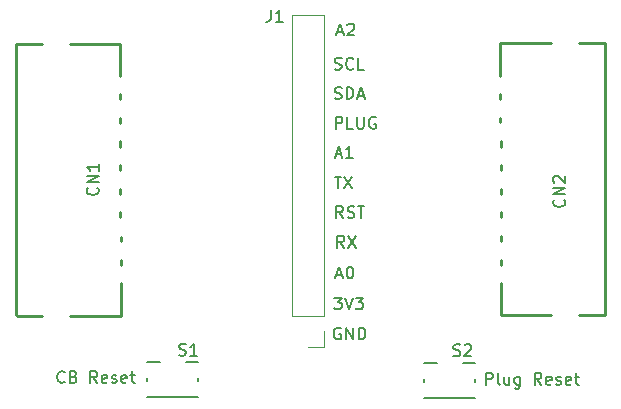
<source format=gbr>
%TF.GenerationSoftware,KiCad,Pcbnew,7.0.2*%
%TF.CreationDate,2023-12-17T17:40:20-05:00*%
%TF.ProjectId,AntSniffer,416e7453-6e69-4666-9665-722e6b696361,rev?*%
%TF.SameCoordinates,Original*%
%TF.FileFunction,Legend,Top*%
%TF.FilePolarity,Positive*%
%FSLAX46Y46*%
G04 Gerber Fmt 4.6, Leading zero omitted, Abs format (unit mm)*
G04 Created by KiCad (PCBNEW 7.0.2) date 2023-12-17 17:40:20*
%MOMM*%
%LPD*%
G01*
G04 APERTURE LIST*
%ADD10C,0.150000*%
%ADD11C,0.250000*%
%ADD12C,0.200000*%
%ADD13C,0.120000*%
G04 APERTURE END LIST*
D10*
X170399057Y-63571419D02*
X171018104Y-63571419D01*
X171018104Y-63571419D02*
X170684771Y-63952371D01*
X170684771Y-63952371D02*
X170827628Y-63952371D01*
X170827628Y-63952371D02*
X170922866Y-63999990D01*
X170922866Y-63999990D02*
X170970485Y-64047609D01*
X170970485Y-64047609D02*
X171018104Y-64142847D01*
X171018104Y-64142847D02*
X171018104Y-64380942D01*
X171018104Y-64380942D02*
X170970485Y-64476180D01*
X170970485Y-64476180D02*
X170922866Y-64523800D01*
X170922866Y-64523800D02*
X170827628Y-64571419D01*
X170827628Y-64571419D02*
X170541914Y-64571419D01*
X170541914Y-64571419D02*
X170446676Y-64523800D01*
X170446676Y-64523800D02*
X170399057Y-64476180D01*
X171303819Y-63571419D02*
X171637152Y-64571419D01*
X171637152Y-64571419D02*
X171970485Y-63571419D01*
X172208581Y-63571419D02*
X172827628Y-63571419D01*
X172827628Y-63571419D02*
X172494295Y-63952371D01*
X172494295Y-63952371D02*
X172637152Y-63952371D01*
X172637152Y-63952371D02*
X172732390Y-63999990D01*
X172732390Y-63999990D02*
X172780009Y-64047609D01*
X172780009Y-64047609D02*
X172827628Y-64142847D01*
X172827628Y-64142847D02*
X172827628Y-64380942D01*
X172827628Y-64380942D02*
X172780009Y-64476180D01*
X172780009Y-64476180D02*
X172732390Y-64523800D01*
X172732390Y-64523800D02*
X172637152Y-64571419D01*
X172637152Y-64571419D02*
X172351438Y-64571419D01*
X172351438Y-64571419D02*
X172256200Y-64523800D01*
X172256200Y-64523800D02*
X172208581Y-64476180D01*
X147570723Y-70699180D02*
X147523104Y-70746800D01*
X147523104Y-70746800D02*
X147380247Y-70794419D01*
X147380247Y-70794419D02*
X147285009Y-70794419D01*
X147285009Y-70794419D02*
X147142152Y-70746800D01*
X147142152Y-70746800D02*
X147046914Y-70651561D01*
X147046914Y-70651561D02*
X146999295Y-70556323D01*
X146999295Y-70556323D02*
X146951676Y-70365847D01*
X146951676Y-70365847D02*
X146951676Y-70222990D01*
X146951676Y-70222990D02*
X146999295Y-70032514D01*
X146999295Y-70032514D02*
X147046914Y-69937276D01*
X147046914Y-69937276D02*
X147142152Y-69842038D01*
X147142152Y-69842038D02*
X147285009Y-69794419D01*
X147285009Y-69794419D02*
X147380247Y-69794419D01*
X147380247Y-69794419D02*
X147523104Y-69842038D01*
X147523104Y-69842038D02*
X147570723Y-69889657D01*
X148332628Y-70270609D02*
X148475485Y-70318228D01*
X148475485Y-70318228D02*
X148523104Y-70365847D01*
X148523104Y-70365847D02*
X148570723Y-70461085D01*
X148570723Y-70461085D02*
X148570723Y-70603942D01*
X148570723Y-70603942D02*
X148523104Y-70699180D01*
X148523104Y-70699180D02*
X148475485Y-70746800D01*
X148475485Y-70746800D02*
X148380247Y-70794419D01*
X148380247Y-70794419D02*
X147999295Y-70794419D01*
X147999295Y-70794419D02*
X147999295Y-69794419D01*
X147999295Y-69794419D02*
X148332628Y-69794419D01*
X148332628Y-69794419D02*
X148427866Y-69842038D01*
X148427866Y-69842038D02*
X148475485Y-69889657D01*
X148475485Y-69889657D02*
X148523104Y-69984895D01*
X148523104Y-69984895D02*
X148523104Y-70080133D01*
X148523104Y-70080133D02*
X148475485Y-70175371D01*
X148475485Y-70175371D02*
X148427866Y-70222990D01*
X148427866Y-70222990D02*
X148332628Y-70270609D01*
X148332628Y-70270609D02*
X147999295Y-70270609D01*
X150332628Y-70794419D02*
X149999295Y-70318228D01*
X149761200Y-70794419D02*
X149761200Y-69794419D01*
X149761200Y-69794419D02*
X150142152Y-69794419D01*
X150142152Y-69794419D02*
X150237390Y-69842038D01*
X150237390Y-69842038D02*
X150285009Y-69889657D01*
X150285009Y-69889657D02*
X150332628Y-69984895D01*
X150332628Y-69984895D02*
X150332628Y-70127752D01*
X150332628Y-70127752D02*
X150285009Y-70222990D01*
X150285009Y-70222990D02*
X150237390Y-70270609D01*
X150237390Y-70270609D02*
X150142152Y-70318228D01*
X150142152Y-70318228D02*
X149761200Y-70318228D01*
X151142152Y-70746800D02*
X151046914Y-70794419D01*
X151046914Y-70794419D02*
X150856438Y-70794419D01*
X150856438Y-70794419D02*
X150761200Y-70746800D01*
X150761200Y-70746800D02*
X150713581Y-70651561D01*
X150713581Y-70651561D02*
X150713581Y-70270609D01*
X150713581Y-70270609D02*
X150761200Y-70175371D01*
X150761200Y-70175371D02*
X150856438Y-70127752D01*
X150856438Y-70127752D02*
X151046914Y-70127752D01*
X151046914Y-70127752D02*
X151142152Y-70175371D01*
X151142152Y-70175371D02*
X151189771Y-70270609D01*
X151189771Y-70270609D02*
X151189771Y-70365847D01*
X151189771Y-70365847D02*
X150713581Y-70461085D01*
X151570724Y-70746800D02*
X151665962Y-70794419D01*
X151665962Y-70794419D02*
X151856438Y-70794419D01*
X151856438Y-70794419D02*
X151951676Y-70746800D01*
X151951676Y-70746800D02*
X151999295Y-70651561D01*
X151999295Y-70651561D02*
X151999295Y-70603942D01*
X151999295Y-70603942D02*
X151951676Y-70508704D01*
X151951676Y-70508704D02*
X151856438Y-70461085D01*
X151856438Y-70461085D02*
X151713581Y-70461085D01*
X151713581Y-70461085D02*
X151618343Y-70413466D01*
X151618343Y-70413466D02*
X151570724Y-70318228D01*
X151570724Y-70318228D02*
X151570724Y-70270609D01*
X151570724Y-70270609D02*
X151618343Y-70175371D01*
X151618343Y-70175371D02*
X151713581Y-70127752D01*
X151713581Y-70127752D02*
X151856438Y-70127752D01*
X151856438Y-70127752D02*
X151951676Y-70175371D01*
X152808819Y-70746800D02*
X152713581Y-70794419D01*
X152713581Y-70794419D02*
X152523105Y-70794419D01*
X152523105Y-70794419D02*
X152427867Y-70746800D01*
X152427867Y-70746800D02*
X152380248Y-70651561D01*
X152380248Y-70651561D02*
X152380248Y-70270609D01*
X152380248Y-70270609D02*
X152427867Y-70175371D01*
X152427867Y-70175371D02*
X152523105Y-70127752D01*
X152523105Y-70127752D02*
X152713581Y-70127752D01*
X152713581Y-70127752D02*
X152808819Y-70175371D01*
X152808819Y-70175371D02*
X152856438Y-70270609D01*
X152856438Y-70270609D02*
X152856438Y-70365847D01*
X152856438Y-70365847D02*
X152380248Y-70461085D01*
X153142153Y-70127752D02*
X153523105Y-70127752D01*
X153285010Y-69794419D02*
X153285010Y-70651561D01*
X153285010Y-70651561D02*
X153332629Y-70746800D01*
X153332629Y-70746800D02*
X153427867Y-70794419D01*
X153427867Y-70794419D02*
X153523105Y-70794419D01*
X170427638Y-53335219D02*
X170999066Y-53335219D01*
X170713352Y-54335219D02*
X170713352Y-53335219D01*
X171237162Y-53335219D02*
X171903828Y-54335219D01*
X171903828Y-53335219D02*
X171237162Y-54335219D01*
X170519695Y-49280619D02*
X170519695Y-48280619D01*
X170519695Y-48280619D02*
X170900647Y-48280619D01*
X170900647Y-48280619D02*
X170995885Y-48328238D01*
X170995885Y-48328238D02*
X171043504Y-48375857D01*
X171043504Y-48375857D02*
X171091123Y-48471095D01*
X171091123Y-48471095D02*
X171091123Y-48613952D01*
X171091123Y-48613952D02*
X171043504Y-48709190D01*
X171043504Y-48709190D02*
X170995885Y-48756809D01*
X170995885Y-48756809D02*
X170900647Y-48804428D01*
X170900647Y-48804428D02*
X170519695Y-48804428D01*
X171995885Y-49280619D02*
X171519695Y-49280619D01*
X171519695Y-49280619D02*
X171519695Y-48280619D01*
X172329219Y-48280619D02*
X172329219Y-49090142D01*
X172329219Y-49090142D02*
X172376838Y-49185380D01*
X172376838Y-49185380D02*
X172424457Y-49233000D01*
X172424457Y-49233000D02*
X172519695Y-49280619D01*
X172519695Y-49280619D02*
X172710171Y-49280619D01*
X172710171Y-49280619D02*
X172805409Y-49233000D01*
X172805409Y-49233000D02*
X172853028Y-49185380D01*
X172853028Y-49185380D02*
X172900647Y-49090142D01*
X172900647Y-49090142D02*
X172900647Y-48280619D01*
X173900647Y-48328238D02*
X173805409Y-48280619D01*
X173805409Y-48280619D02*
X173662552Y-48280619D01*
X173662552Y-48280619D02*
X173519695Y-48328238D01*
X173519695Y-48328238D02*
X173424457Y-48423476D01*
X173424457Y-48423476D02*
X173376838Y-48518714D01*
X173376838Y-48518714D02*
X173329219Y-48709190D01*
X173329219Y-48709190D02*
X173329219Y-48852047D01*
X173329219Y-48852047D02*
X173376838Y-49042523D01*
X173376838Y-49042523D02*
X173424457Y-49137761D01*
X173424457Y-49137761D02*
X173519695Y-49233000D01*
X173519695Y-49233000D02*
X173662552Y-49280619D01*
X173662552Y-49280619D02*
X173757790Y-49280619D01*
X173757790Y-49280619D02*
X173900647Y-49233000D01*
X173900647Y-49233000D02*
X173948266Y-49185380D01*
X173948266Y-49185380D02*
X173948266Y-48852047D01*
X173948266Y-48852047D02*
X173757790Y-48852047D01*
X171141923Y-56824419D02*
X170808590Y-56348228D01*
X170570495Y-56824419D02*
X170570495Y-55824419D01*
X170570495Y-55824419D02*
X170951447Y-55824419D01*
X170951447Y-55824419D02*
X171046685Y-55872038D01*
X171046685Y-55872038D02*
X171094304Y-55919657D01*
X171094304Y-55919657D02*
X171141923Y-56014895D01*
X171141923Y-56014895D02*
X171141923Y-56157752D01*
X171141923Y-56157752D02*
X171094304Y-56252990D01*
X171094304Y-56252990D02*
X171046685Y-56300609D01*
X171046685Y-56300609D02*
X170951447Y-56348228D01*
X170951447Y-56348228D02*
X170570495Y-56348228D01*
X171522876Y-56776800D02*
X171665733Y-56824419D01*
X171665733Y-56824419D02*
X171903828Y-56824419D01*
X171903828Y-56824419D02*
X171999066Y-56776800D01*
X171999066Y-56776800D02*
X172046685Y-56729180D01*
X172046685Y-56729180D02*
X172094304Y-56633942D01*
X172094304Y-56633942D02*
X172094304Y-56538704D01*
X172094304Y-56538704D02*
X172046685Y-56443466D01*
X172046685Y-56443466D02*
X171999066Y-56395847D01*
X171999066Y-56395847D02*
X171903828Y-56348228D01*
X171903828Y-56348228D02*
X171713352Y-56300609D01*
X171713352Y-56300609D02*
X171618114Y-56252990D01*
X171618114Y-56252990D02*
X171570495Y-56205371D01*
X171570495Y-56205371D02*
X171522876Y-56110133D01*
X171522876Y-56110133D02*
X171522876Y-56014895D01*
X171522876Y-56014895D02*
X171570495Y-55919657D01*
X171570495Y-55919657D02*
X171618114Y-55872038D01*
X171618114Y-55872038D02*
X171713352Y-55824419D01*
X171713352Y-55824419D02*
X171951447Y-55824419D01*
X171951447Y-55824419D02*
X172094304Y-55872038D01*
X172380019Y-55824419D02*
X172951447Y-55824419D01*
X172665733Y-56824419D02*
X172665733Y-55824419D01*
X170649876Y-41095504D02*
X171126066Y-41095504D01*
X170554638Y-41381219D02*
X170887971Y-40381219D01*
X170887971Y-40381219D02*
X171221304Y-41381219D01*
X171507019Y-40476457D02*
X171554638Y-40428838D01*
X171554638Y-40428838D02*
X171649876Y-40381219D01*
X171649876Y-40381219D02*
X171887971Y-40381219D01*
X171887971Y-40381219D02*
X171983209Y-40428838D01*
X171983209Y-40428838D02*
X172030828Y-40476457D01*
X172030828Y-40476457D02*
X172078447Y-40571695D01*
X172078447Y-40571695D02*
X172078447Y-40666933D01*
X172078447Y-40666933D02*
X172030828Y-40809790D01*
X172030828Y-40809790D02*
X171459400Y-41381219D01*
X171459400Y-41381219D02*
X172078447Y-41381219D01*
X170599076Y-61669504D02*
X171075266Y-61669504D01*
X170503838Y-61955219D02*
X170837171Y-60955219D01*
X170837171Y-60955219D02*
X171170504Y-61955219D01*
X171694314Y-60955219D02*
X171789552Y-60955219D01*
X171789552Y-60955219D02*
X171884790Y-61002838D01*
X171884790Y-61002838D02*
X171932409Y-61050457D01*
X171932409Y-61050457D02*
X171980028Y-61145695D01*
X171980028Y-61145695D02*
X172027647Y-61336171D01*
X172027647Y-61336171D02*
X172027647Y-61574266D01*
X172027647Y-61574266D02*
X171980028Y-61764742D01*
X171980028Y-61764742D02*
X171932409Y-61859980D01*
X171932409Y-61859980D02*
X171884790Y-61907600D01*
X171884790Y-61907600D02*
X171789552Y-61955219D01*
X171789552Y-61955219D02*
X171694314Y-61955219D01*
X171694314Y-61955219D02*
X171599076Y-61907600D01*
X171599076Y-61907600D02*
X171551457Y-61859980D01*
X171551457Y-61859980D02*
X171503838Y-61764742D01*
X171503838Y-61764742D02*
X171456219Y-61574266D01*
X171456219Y-61574266D02*
X171456219Y-61336171D01*
X171456219Y-61336171D02*
X171503838Y-61145695D01*
X171503838Y-61145695D02*
X171551457Y-61050457D01*
X171551457Y-61050457D02*
X171599076Y-61002838D01*
X171599076Y-61002838D02*
X171694314Y-60955219D01*
X183270495Y-70946819D02*
X183270495Y-69946819D01*
X183270495Y-69946819D02*
X183651447Y-69946819D01*
X183651447Y-69946819D02*
X183746685Y-69994438D01*
X183746685Y-69994438D02*
X183794304Y-70042057D01*
X183794304Y-70042057D02*
X183841923Y-70137295D01*
X183841923Y-70137295D02*
X183841923Y-70280152D01*
X183841923Y-70280152D02*
X183794304Y-70375390D01*
X183794304Y-70375390D02*
X183746685Y-70423009D01*
X183746685Y-70423009D02*
X183651447Y-70470628D01*
X183651447Y-70470628D02*
X183270495Y-70470628D01*
X184413352Y-70946819D02*
X184318114Y-70899200D01*
X184318114Y-70899200D02*
X184270495Y-70803961D01*
X184270495Y-70803961D02*
X184270495Y-69946819D01*
X185222876Y-70280152D02*
X185222876Y-70946819D01*
X184794305Y-70280152D02*
X184794305Y-70803961D01*
X184794305Y-70803961D02*
X184841924Y-70899200D01*
X184841924Y-70899200D02*
X184937162Y-70946819D01*
X184937162Y-70946819D02*
X185080019Y-70946819D01*
X185080019Y-70946819D02*
X185175257Y-70899200D01*
X185175257Y-70899200D02*
X185222876Y-70851580D01*
X186127638Y-70280152D02*
X186127638Y-71089676D01*
X186127638Y-71089676D02*
X186080019Y-71184914D01*
X186080019Y-71184914D02*
X186032400Y-71232533D01*
X186032400Y-71232533D02*
X185937162Y-71280152D01*
X185937162Y-71280152D02*
X185794305Y-71280152D01*
X185794305Y-71280152D02*
X185699067Y-71232533D01*
X186127638Y-70899200D02*
X186032400Y-70946819D01*
X186032400Y-70946819D02*
X185841924Y-70946819D01*
X185841924Y-70946819D02*
X185746686Y-70899200D01*
X185746686Y-70899200D02*
X185699067Y-70851580D01*
X185699067Y-70851580D02*
X185651448Y-70756342D01*
X185651448Y-70756342D02*
X185651448Y-70470628D01*
X185651448Y-70470628D02*
X185699067Y-70375390D01*
X185699067Y-70375390D02*
X185746686Y-70327771D01*
X185746686Y-70327771D02*
X185841924Y-70280152D01*
X185841924Y-70280152D02*
X186032400Y-70280152D01*
X186032400Y-70280152D02*
X186127638Y-70327771D01*
X187937162Y-70946819D02*
X187603829Y-70470628D01*
X187365734Y-70946819D02*
X187365734Y-69946819D01*
X187365734Y-69946819D02*
X187746686Y-69946819D01*
X187746686Y-69946819D02*
X187841924Y-69994438D01*
X187841924Y-69994438D02*
X187889543Y-70042057D01*
X187889543Y-70042057D02*
X187937162Y-70137295D01*
X187937162Y-70137295D02*
X187937162Y-70280152D01*
X187937162Y-70280152D02*
X187889543Y-70375390D01*
X187889543Y-70375390D02*
X187841924Y-70423009D01*
X187841924Y-70423009D02*
X187746686Y-70470628D01*
X187746686Y-70470628D02*
X187365734Y-70470628D01*
X188746686Y-70899200D02*
X188651448Y-70946819D01*
X188651448Y-70946819D02*
X188460972Y-70946819D01*
X188460972Y-70946819D02*
X188365734Y-70899200D01*
X188365734Y-70899200D02*
X188318115Y-70803961D01*
X188318115Y-70803961D02*
X188318115Y-70423009D01*
X188318115Y-70423009D02*
X188365734Y-70327771D01*
X188365734Y-70327771D02*
X188460972Y-70280152D01*
X188460972Y-70280152D02*
X188651448Y-70280152D01*
X188651448Y-70280152D02*
X188746686Y-70327771D01*
X188746686Y-70327771D02*
X188794305Y-70423009D01*
X188794305Y-70423009D02*
X188794305Y-70518247D01*
X188794305Y-70518247D02*
X188318115Y-70613485D01*
X189175258Y-70899200D02*
X189270496Y-70946819D01*
X189270496Y-70946819D02*
X189460972Y-70946819D01*
X189460972Y-70946819D02*
X189556210Y-70899200D01*
X189556210Y-70899200D02*
X189603829Y-70803961D01*
X189603829Y-70803961D02*
X189603829Y-70756342D01*
X189603829Y-70756342D02*
X189556210Y-70661104D01*
X189556210Y-70661104D02*
X189460972Y-70613485D01*
X189460972Y-70613485D02*
X189318115Y-70613485D01*
X189318115Y-70613485D02*
X189222877Y-70565866D01*
X189222877Y-70565866D02*
X189175258Y-70470628D01*
X189175258Y-70470628D02*
X189175258Y-70423009D01*
X189175258Y-70423009D02*
X189222877Y-70327771D01*
X189222877Y-70327771D02*
X189318115Y-70280152D01*
X189318115Y-70280152D02*
X189460972Y-70280152D01*
X189460972Y-70280152D02*
X189556210Y-70327771D01*
X190413353Y-70899200D02*
X190318115Y-70946819D01*
X190318115Y-70946819D02*
X190127639Y-70946819D01*
X190127639Y-70946819D02*
X190032401Y-70899200D01*
X190032401Y-70899200D02*
X189984782Y-70803961D01*
X189984782Y-70803961D02*
X189984782Y-70423009D01*
X189984782Y-70423009D02*
X190032401Y-70327771D01*
X190032401Y-70327771D02*
X190127639Y-70280152D01*
X190127639Y-70280152D02*
X190318115Y-70280152D01*
X190318115Y-70280152D02*
X190413353Y-70327771D01*
X190413353Y-70327771D02*
X190460972Y-70423009D01*
X190460972Y-70423009D02*
X190460972Y-70518247D01*
X190460972Y-70518247D02*
X189984782Y-70613485D01*
X190746687Y-70280152D02*
X191127639Y-70280152D01*
X190889544Y-69946819D02*
X190889544Y-70803961D01*
X190889544Y-70803961D02*
X190937163Y-70899200D01*
X190937163Y-70899200D02*
X191032401Y-70946819D01*
X191032401Y-70946819D02*
X191127639Y-70946819D01*
X170446676Y-46718400D02*
X170589533Y-46766019D01*
X170589533Y-46766019D02*
X170827628Y-46766019D01*
X170827628Y-46766019D02*
X170922866Y-46718400D01*
X170922866Y-46718400D02*
X170970485Y-46670780D01*
X170970485Y-46670780D02*
X171018104Y-46575542D01*
X171018104Y-46575542D02*
X171018104Y-46480304D01*
X171018104Y-46480304D02*
X170970485Y-46385066D01*
X170970485Y-46385066D02*
X170922866Y-46337447D01*
X170922866Y-46337447D02*
X170827628Y-46289828D01*
X170827628Y-46289828D02*
X170637152Y-46242209D01*
X170637152Y-46242209D02*
X170541914Y-46194590D01*
X170541914Y-46194590D02*
X170494295Y-46146971D01*
X170494295Y-46146971D02*
X170446676Y-46051733D01*
X170446676Y-46051733D02*
X170446676Y-45956495D01*
X170446676Y-45956495D02*
X170494295Y-45861257D01*
X170494295Y-45861257D02*
X170541914Y-45813638D01*
X170541914Y-45813638D02*
X170637152Y-45766019D01*
X170637152Y-45766019D02*
X170875247Y-45766019D01*
X170875247Y-45766019D02*
X171018104Y-45813638D01*
X171446676Y-46766019D02*
X171446676Y-45766019D01*
X171446676Y-45766019D02*
X171684771Y-45766019D01*
X171684771Y-45766019D02*
X171827628Y-45813638D01*
X171827628Y-45813638D02*
X171922866Y-45908876D01*
X171922866Y-45908876D02*
X171970485Y-46004114D01*
X171970485Y-46004114D02*
X172018104Y-46194590D01*
X172018104Y-46194590D02*
X172018104Y-46337447D01*
X172018104Y-46337447D02*
X171970485Y-46527923D01*
X171970485Y-46527923D02*
X171922866Y-46623161D01*
X171922866Y-46623161D02*
X171827628Y-46718400D01*
X171827628Y-46718400D02*
X171684771Y-46766019D01*
X171684771Y-46766019D02*
X171446676Y-46766019D01*
X172399057Y-46480304D02*
X172875247Y-46480304D01*
X172303819Y-46766019D02*
X172637152Y-45766019D01*
X172637152Y-45766019D02*
X172970485Y-46766019D01*
X170941904Y-66159038D02*
X170846666Y-66111419D01*
X170846666Y-66111419D02*
X170703809Y-66111419D01*
X170703809Y-66111419D02*
X170560952Y-66159038D01*
X170560952Y-66159038D02*
X170465714Y-66254276D01*
X170465714Y-66254276D02*
X170418095Y-66349514D01*
X170418095Y-66349514D02*
X170370476Y-66539990D01*
X170370476Y-66539990D02*
X170370476Y-66682847D01*
X170370476Y-66682847D02*
X170418095Y-66873323D01*
X170418095Y-66873323D02*
X170465714Y-66968561D01*
X170465714Y-66968561D02*
X170560952Y-67063800D01*
X170560952Y-67063800D02*
X170703809Y-67111419D01*
X170703809Y-67111419D02*
X170799047Y-67111419D01*
X170799047Y-67111419D02*
X170941904Y-67063800D01*
X170941904Y-67063800D02*
X170989523Y-67016180D01*
X170989523Y-67016180D02*
X170989523Y-66682847D01*
X170989523Y-66682847D02*
X170799047Y-66682847D01*
X171418095Y-67111419D02*
X171418095Y-66111419D01*
X171418095Y-66111419D02*
X171989523Y-67111419D01*
X171989523Y-67111419D02*
X171989523Y-66111419D01*
X172465714Y-67111419D02*
X172465714Y-66111419D01*
X172465714Y-66111419D02*
X172703809Y-66111419D01*
X172703809Y-66111419D02*
X172846666Y-66159038D01*
X172846666Y-66159038D02*
X172941904Y-66254276D01*
X172941904Y-66254276D02*
X172989523Y-66349514D01*
X172989523Y-66349514D02*
X173037142Y-66539990D01*
X173037142Y-66539990D02*
X173037142Y-66682847D01*
X173037142Y-66682847D02*
X172989523Y-66873323D01*
X172989523Y-66873323D02*
X172941904Y-66968561D01*
X172941904Y-66968561D02*
X172846666Y-67063800D01*
X172846666Y-67063800D02*
X172703809Y-67111419D01*
X172703809Y-67111419D02*
X172465714Y-67111419D01*
X170522876Y-51458704D02*
X170999066Y-51458704D01*
X170427638Y-51744419D02*
X170760971Y-50744419D01*
X170760971Y-50744419D02*
X171094304Y-51744419D01*
X171951447Y-51744419D02*
X171380019Y-51744419D01*
X171665733Y-51744419D02*
X171665733Y-50744419D01*
X171665733Y-50744419D02*
X171570495Y-50887276D01*
X171570495Y-50887276D02*
X171475257Y-50982514D01*
X171475257Y-50982514D02*
X171380019Y-51030133D01*
X170446676Y-44229200D02*
X170589533Y-44276819D01*
X170589533Y-44276819D02*
X170827628Y-44276819D01*
X170827628Y-44276819D02*
X170922866Y-44229200D01*
X170922866Y-44229200D02*
X170970485Y-44181580D01*
X170970485Y-44181580D02*
X171018104Y-44086342D01*
X171018104Y-44086342D02*
X171018104Y-43991104D01*
X171018104Y-43991104D02*
X170970485Y-43895866D01*
X170970485Y-43895866D02*
X170922866Y-43848247D01*
X170922866Y-43848247D02*
X170827628Y-43800628D01*
X170827628Y-43800628D02*
X170637152Y-43753009D01*
X170637152Y-43753009D02*
X170541914Y-43705390D01*
X170541914Y-43705390D02*
X170494295Y-43657771D01*
X170494295Y-43657771D02*
X170446676Y-43562533D01*
X170446676Y-43562533D02*
X170446676Y-43467295D01*
X170446676Y-43467295D02*
X170494295Y-43372057D01*
X170494295Y-43372057D02*
X170541914Y-43324438D01*
X170541914Y-43324438D02*
X170637152Y-43276819D01*
X170637152Y-43276819D02*
X170875247Y-43276819D01*
X170875247Y-43276819D02*
X171018104Y-43324438D01*
X172018104Y-44181580D02*
X171970485Y-44229200D01*
X171970485Y-44229200D02*
X171827628Y-44276819D01*
X171827628Y-44276819D02*
X171732390Y-44276819D01*
X171732390Y-44276819D02*
X171589533Y-44229200D01*
X171589533Y-44229200D02*
X171494295Y-44133961D01*
X171494295Y-44133961D02*
X171446676Y-44038723D01*
X171446676Y-44038723D02*
X171399057Y-43848247D01*
X171399057Y-43848247D02*
X171399057Y-43705390D01*
X171399057Y-43705390D02*
X171446676Y-43514914D01*
X171446676Y-43514914D02*
X171494295Y-43419676D01*
X171494295Y-43419676D02*
X171589533Y-43324438D01*
X171589533Y-43324438D02*
X171732390Y-43276819D01*
X171732390Y-43276819D02*
X171827628Y-43276819D01*
X171827628Y-43276819D02*
X171970485Y-43324438D01*
X171970485Y-43324438D02*
X172018104Y-43372057D01*
X172922866Y-44276819D02*
X172446676Y-44276819D01*
X172446676Y-44276819D02*
X172446676Y-43276819D01*
X171243523Y-59339019D02*
X170910190Y-58862828D01*
X170672095Y-59339019D02*
X170672095Y-58339019D01*
X170672095Y-58339019D02*
X171053047Y-58339019D01*
X171053047Y-58339019D02*
X171148285Y-58386638D01*
X171148285Y-58386638D02*
X171195904Y-58434257D01*
X171195904Y-58434257D02*
X171243523Y-58529495D01*
X171243523Y-58529495D02*
X171243523Y-58672352D01*
X171243523Y-58672352D02*
X171195904Y-58767590D01*
X171195904Y-58767590D02*
X171148285Y-58815209D01*
X171148285Y-58815209D02*
X171053047Y-58862828D01*
X171053047Y-58862828D02*
X170672095Y-58862828D01*
X171576857Y-58339019D02*
X172243523Y-59339019D01*
X172243523Y-58339019D02*
X171576857Y-59339019D01*
%TO.C,CN1*%
X150354380Y-54259076D02*
X150402000Y-54306695D01*
X150402000Y-54306695D02*
X150449619Y-54449552D01*
X150449619Y-54449552D02*
X150449619Y-54544790D01*
X150449619Y-54544790D02*
X150402000Y-54687647D01*
X150402000Y-54687647D02*
X150306761Y-54782885D01*
X150306761Y-54782885D02*
X150211523Y-54830504D01*
X150211523Y-54830504D02*
X150021047Y-54878123D01*
X150021047Y-54878123D02*
X149878190Y-54878123D01*
X149878190Y-54878123D02*
X149687714Y-54830504D01*
X149687714Y-54830504D02*
X149592476Y-54782885D01*
X149592476Y-54782885D02*
X149497238Y-54687647D01*
X149497238Y-54687647D02*
X149449619Y-54544790D01*
X149449619Y-54544790D02*
X149449619Y-54449552D01*
X149449619Y-54449552D02*
X149497238Y-54306695D01*
X149497238Y-54306695D02*
X149544857Y-54259076D01*
X150449619Y-53830504D02*
X149449619Y-53830504D01*
X149449619Y-53830504D02*
X150449619Y-53259076D01*
X150449619Y-53259076D02*
X149449619Y-53259076D01*
X150449619Y-52259076D02*
X150449619Y-52830504D01*
X150449619Y-52544790D02*
X149449619Y-52544790D01*
X149449619Y-52544790D02*
X149592476Y-52640028D01*
X149592476Y-52640028D02*
X149687714Y-52735266D01*
X149687714Y-52735266D02*
X149735333Y-52830504D01*
%TO.C,S1*%
X157251495Y-68436200D02*
X157394352Y-68483819D01*
X157394352Y-68483819D02*
X157632447Y-68483819D01*
X157632447Y-68483819D02*
X157727685Y-68436200D01*
X157727685Y-68436200D02*
X157775304Y-68388580D01*
X157775304Y-68388580D02*
X157822923Y-68293342D01*
X157822923Y-68293342D02*
X157822923Y-68198104D01*
X157822923Y-68198104D02*
X157775304Y-68102866D01*
X157775304Y-68102866D02*
X157727685Y-68055247D01*
X157727685Y-68055247D02*
X157632447Y-68007628D01*
X157632447Y-68007628D02*
X157441971Y-67960009D01*
X157441971Y-67960009D02*
X157346733Y-67912390D01*
X157346733Y-67912390D02*
X157299114Y-67864771D01*
X157299114Y-67864771D02*
X157251495Y-67769533D01*
X157251495Y-67769533D02*
X157251495Y-67674295D01*
X157251495Y-67674295D02*
X157299114Y-67579057D01*
X157299114Y-67579057D02*
X157346733Y-67531438D01*
X157346733Y-67531438D02*
X157441971Y-67483819D01*
X157441971Y-67483819D02*
X157680066Y-67483819D01*
X157680066Y-67483819D02*
X157822923Y-67531438D01*
X158775304Y-68483819D02*
X158203876Y-68483819D01*
X158489590Y-68483819D02*
X158489590Y-67483819D01*
X158489590Y-67483819D02*
X158394352Y-67626676D01*
X158394352Y-67626676D02*
X158299114Y-67721914D01*
X158299114Y-67721914D02*
X158203876Y-67769533D01*
%TO.C,S2*%
X180492495Y-68487000D02*
X180635352Y-68534619D01*
X180635352Y-68534619D02*
X180873447Y-68534619D01*
X180873447Y-68534619D02*
X180968685Y-68487000D01*
X180968685Y-68487000D02*
X181016304Y-68439380D01*
X181016304Y-68439380D02*
X181063923Y-68344142D01*
X181063923Y-68344142D02*
X181063923Y-68248904D01*
X181063923Y-68248904D02*
X181016304Y-68153666D01*
X181016304Y-68153666D02*
X180968685Y-68106047D01*
X180968685Y-68106047D02*
X180873447Y-68058428D01*
X180873447Y-68058428D02*
X180682971Y-68010809D01*
X180682971Y-68010809D02*
X180587733Y-67963190D01*
X180587733Y-67963190D02*
X180540114Y-67915571D01*
X180540114Y-67915571D02*
X180492495Y-67820333D01*
X180492495Y-67820333D02*
X180492495Y-67725095D01*
X180492495Y-67725095D02*
X180540114Y-67629857D01*
X180540114Y-67629857D02*
X180587733Y-67582238D01*
X180587733Y-67582238D02*
X180682971Y-67534619D01*
X180682971Y-67534619D02*
X180921066Y-67534619D01*
X180921066Y-67534619D02*
X181063923Y-67582238D01*
X181444876Y-67629857D02*
X181492495Y-67582238D01*
X181492495Y-67582238D02*
X181587733Y-67534619D01*
X181587733Y-67534619D02*
X181825828Y-67534619D01*
X181825828Y-67534619D02*
X181921066Y-67582238D01*
X181921066Y-67582238D02*
X181968685Y-67629857D01*
X181968685Y-67629857D02*
X182016304Y-67725095D01*
X182016304Y-67725095D02*
X182016304Y-67820333D01*
X182016304Y-67820333D02*
X181968685Y-67963190D01*
X181968685Y-67963190D02*
X181397257Y-68534619D01*
X181397257Y-68534619D02*
X182016304Y-68534619D01*
%TO.C,CN2*%
X189851380Y-55275076D02*
X189899000Y-55322695D01*
X189899000Y-55322695D02*
X189946619Y-55465552D01*
X189946619Y-55465552D02*
X189946619Y-55560790D01*
X189946619Y-55560790D02*
X189899000Y-55703647D01*
X189899000Y-55703647D02*
X189803761Y-55798885D01*
X189803761Y-55798885D02*
X189708523Y-55846504D01*
X189708523Y-55846504D02*
X189518047Y-55894123D01*
X189518047Y-55894123D02*
X189375190Y-55894123D01*
X189375190Y-55894123D02*
X189184714Y-55846504D01*
X189184714Y-55846504D02*
X189089476Y-55798885D01*
X189089476Y-55798885D02*
X188994238Y-55703647D01*
X188994238Y-55703647D02*
X188946619Y-55560790D01*
X188946619Y-55560790D02*
X188946619Y-55465552D01*
X188946619Y-55465552D02*
X188994238Y-55322695D01*
X188994238Y-55322695D02*
X189041857Y-55275076D01*
X189946619Y-54846504D02*
X188946619Y-54846504D01*
X188946619Y-54846504D02*
X189946619Y-54275076D01*
X189946619Y-54275076D02*
X188946619Y-54275076D01*
X189041857Y-53846504D02*
X188994238Y-53798885D01*
X188994238Y-53798885D02*
X188946619Y-53703647D01*
X188946619Y-53703647D02*
X188946619Y-53465552D01*
X188946619Y-53465552D02*
X188994238Y-53370314D01*
X188994238Y-53370314D02*
X189041857Y-53322695D01*
X189041857Y-53322695D02*
X189137095Y-53275076D01*
X189137095Y-53275076D02*
X189232333Y-53275076D01*
X189232333Y-53275076D02*
X189375190Y-53322695D01*
X189375190Y-53322695D02*
X189946619Y-53894123D01*
X189946619Y-53894123D02*
X189946619Y-53275076D01*
%TO.C,J1*%
X165020666Y-39239019D02*
X165020666Y-39953304D01*
X165020666Y-39953304D02*
X164973047Y-40096161D01*
X164973047Y-40096161D02*
X164877809Y-40191400D01*
X164877809Y-40191400D02*
X164734952Y-40239019D01*
X164734952Y-40239019D02*
X164639714Y-40239019D01*
X166020666Y-40239019D02*
X165449238Y-40239019D01*
X165734952Y-40239019D02*
X165734952Y-39239019D01*
X165734952Y-39239019D02*
X165639714Y-39381876D01*
X165639714Y-39381876D02*
X165544476Y-39477114D01*
X165544476Y-39477114D02*
X165449238Y-39524733D01*
D11*
%TO.C,CN1*%
X152277800Y-42080800D02*
X152277800Y-44790800D01*
X148017800Y-42080800D02*
X152277800Y-42080800D01*
X143477800Y-42080800D02*
X145647800Y-42080800D01*
X143477800Y-42080800D02*
X143477800Y-65080800D01*
X152277800Y-46360800D02*
X152277800Y-46790800D01*
X152277800Y-48360800D02*
X152277800Y-48790800D01*
X152277800Y-50360800D02*
X152277800Y-50790800D01*
X152277800Y-52360800D02*
X152277800Y-52790800D01*
X152277800Y-54360800D02*
X152277800Y-54790800D01*
X152277800Y-56360800D02*
X152277800Y-56790800D01*
X152357800Y-58790800D02*
X152357800Y-58430800D01*
X152357800Y-60790800D02*
X152357800Y-60360800D01*
X152357800Y-62360800D02*
X152357800Y-65130800D01*
X152357800Y-65130800D02*
X148017800Y-65130800D01*
X145647800Y-65130800D02*
X143497800Y-65130800D01*
D12*
%TO.C,S1*%
X154568000Y-70410400D02*
X154568000Y-70610400D01*
X154568000Y-72010400D02*
X158868000Y-72010400D01*
X155618000Y-69010400D02*
X154568000Y-69010400D01*
X157818000Y-69010400D02*
X158868000Y-69010400D01*
X158868000Y-70610400D02*
X158868000Y-70410400D01*
%TO.C,S2*%
X178012200Y-70485400D02*
X178012200Y-70685400D01*
X178012200Y-72085400D02*
X182312200Y-72085400D01*
X179062200Y-69085400D02*
X178012200Y-69085400D01*
X181262200Y-69085400D02*
X182312200Y-69085400D01*
X182312200Y-70685400D02*
X182312200Y-70485400D01*
D11*
%TO.C,CN2*%
X184522900Y-65068600D02*
X184522900Y-62358600D01*
X188782900Y-65068600D02*
X184522900Y-65068600D01*
X193322900Y-65068600D02*
X191152900Y-65068600D01*
X193322900Y-65068600D02*
X193322900Y-42068600D01*
X184522900Y-60788600D02*
X184522900Y-60358600D01*
X184522900Y-58788600D02*
X184522900Y-58358600D01*
X184522900Y-56788600D02*
X184522900Y-56358600D01*
X184522900Y-54788600D02*
X184522900Y-54358600D01*
X184522900Y-52788600D02*
X184522900Y-52358600D01*
X184522900Y-50788600D02*
X184522900Y-50358600D01*
X184442900Y-48358600D02*
X184442900Y-48718600D01*
X184442900Y-46358600D02*
X184442900Y-46788600D01*
X184442900Y-44788600D02*
X184442900Y-42018600D01*
X184442900Y-42018600D02*
X188782900Y-42018600D01*
X191152900Y-42018600D02*
X193302900Y-42018600D01*
D13*
%TO.C,J1*%
X169503400Y-67725600D02*
X168173400Y-67725600D01*
X169503400Y-66395600D02*
X169503400Y-67725600D01*
X169503400Y-65125600D02*
X169503400Y-39665600D01*
X169503400Y-65125600D02*
X166843400Y-65125600D01*
X169503400Y-39665600D02*
X166843400Y-39665600D01*
X166843400Y-65125600D02*
X166843400Y-39665600D01*
%TD*%
M02*

</source>
